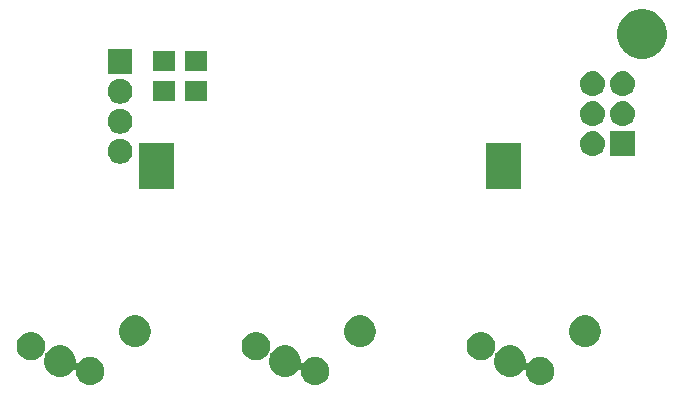
<source format=gbr>
G04 #@! TF.GenerationSoftware,KiCad,Pcbnew,(5.0.1)-4*
G04 #@! TF.CreationDate,2019-08-19T00:57:11-04:00*
G04 #@! TF.ProjectId,KeebCard,4B656562436172642E6B696361645F70,rev?*
G04 #@! TF.SameCoordinates,Original*
G04 #@! TF.FileFunction,Soldermask,Bot*
G04 #@! TF.FilePolarity,Negative*
%FSLAX46Y46*%
G04 Gerber Fmt 4.6, Leading zero omitted, Abs format (unit mm)*
G04 Created by KiCad (PCBNEW (5.0.1)-4) date 8/19/2019 12:57:11 AM*
%MOMM*%
%LPD*%
G01*
G04 APERTURE LIST*
%ADD10C,0.100000*%
G04 APERTURE END LIST*
D10*
G36*
X151227316Y-126588882D02*
X151304190Y-126604173D01*
X151352720Y-126624275D01*
X151521426Y-126694155D01*
X151521429Y-126694157D01*
X151716940Y-126824793D01*
X151883207Y-126991060D01*
X152013843Y-127186571D01*
X152013845Y-127186574D01*
X152103827Y-127403811D01*
X152149700Y-127634429D01*
X152149700Y-127869571D01*
X152103827Y-128100189D01*
X152068283Y-128186000D01*
X152061170Y-128209449D01*
X152058768Y-128233835D01*
X152061170Y-128258221D01*
X152068283Y-128281670D01*
X152079834Y-128303281D01*
X152095380Y-128322223D01*
X152114322Y-128337769D01*
X152135933Y-128349320D01*
X152159382Y-128356433D01*
X152183768Y-128358835D01*
X152208154Y-128356433D01*
X152231603Y-128349320D01*
X152253214Y-128337769D01*
X152272156Y-128322223D01*
X152287702Y-128303282D01*
X152372824Y-128175888D01*
X152372825Y-128175887D01*
X152372827Y-128175884D01*
X152559884Y-127988827D01*
X152779854Y-127841847D01*
X153024262Y-127740610D01*
X153283725Y-127689000D01*
X153548275Y-127689000D01*
X153807738Y-127740610D01*
X154052146Y-127841847D01*
X154272116Y-127988827D01*
X154459173Y-128175884D01*
X154459175Y-128175887D01*
X154459176Y-128175888D01*
X154544298Y-128303282D01*
X154606153Y-128395854D01*
X154707390Y-128640262D01*
X154759000Y-128899725D01*
X154759000Y-129082764D01*
X154761402Y-129107150D01*
X154768515Y-129130599D01*
X154780066Y-129152210D01*
X154795612Y-129171152D01*
X154814554Y-129186698D01*
X154836165Y-129198249D01*
X154859614Y-129205362D01*
X154884000Y-129207764D01*
X154908386Y-129205362D01*
X154931835Y-129198249D01*
X154953446Y-129186698D01*
X154972388Y-129171152D01*
X154987933Y-129152211D01*
X155028793Y-129091060D01*
X155195060Y-128924793D01*
X155390571Y-128794157D01*
X155390574Y-128794155D01*
X155531005Y-128735987D01*
X155607810Y-128704173D01*
X155684684Y-128688882D01*
X155838429Y-128658300D01*
X156073571Y-128658300D01*
X156227316Y-128688882D01*
X156304190Y-128704173D01*
X156380995Y-128735987D01*
X156521426Y-128794155D01*
X156521429Y-128794157D01*
X156716940Y-128924793D01*
X156883207Y-129091060D01*
X156947110Y-129186698D01*
X157013845Y-129286574D01*
X157070660Y-129423738D01*
X157103827Y-129503810D01*
X157149700Y-129734431D01*
X157149700Y-129969569D01*
X157103827Y-130200190D01*
X157072013Y-130276995D01*
X157013845Y-130417426D01*
X157013843Y-130417429D01*
X156883207Y-130612940D01*
X156716940Y-130779207D01*
X156521429Y-130909843D01*
X156521426Y-130909845D01*
X156380995Y-130968013D01*
X156304190Y-130999827D01*
X156227316Y-131015118D01*
X156073571Y-131045700D01*
X155838429Y-131045700D01*
X155684684Y-131015118D01*
X155607810Y-130999827D01*
X155531005Y-130968013D01*
X155390574Y-130909845D01*
X155390571Y-130909843D01*
X155195060Y-130779207D01*
X155028793Y-130612940D01*
X154898157Y-130417429D01*
X154898155Y-130417426D01*
X154839987Y-130276995D01*
X154808173Y-130200190D01*
X154762300Y-129969569D01*
X154762300Y-129846526D01*
X154759898Y-129822140D01*
X154752785Y-129798691D01*
X154741234Y-129777080D01*
X154725688Y-129758138D01*
X154706746Y-129742592D01*
X154685135Y-129731041D01*
X154661686Y-129723928D01*
X154637300Y-129721526D01*
X154612914Y-129723928D01*
X154589465Y-129731041D01*
X154567854Y-129742592D01*
X154548912Y-129758138D01*
X154533367Y-129777079D01*
X154459176Y-129888113D01*
X154272116Y-130075173D01*
X154052146Y-130222153D01*
X153807738Y-130323390D01*
X153548275Y-130375000D01*
X153283725Y-130375000D01*
X153024262Y-130323390D01*
X152779854Y-130222153D01*
X152559884Y-130075173D01*
X152372827Y-129888116D01*
X152263120Y-129723928D01*
X152225849Y-129668149D01*
X152225847Y-129668146D01*
X152124610Y-129423738D01*
X152073000Y-129164275D01*
X152073000Y-128899725D01*
X152124610Y-128640261D01*
X152171408Y-128527281D01*
X152178521Y-128503832D01*
X152180923Y-128479446D01*
X152178521Y-128455060D01*
X152171408Y-128431610D01*
X152159857Y-128410000D01*
X152144311Y-128391058D01*
X152125369Y-128375512D01*
X152103758Y-128363961D01*
X152080309Y-128356848D01*
X152055923Y-128354446D01*
X152031537Y-128356848D01*
X152008087Y-128363961D01*
X151986477Y-128375512D01*
X151967535Y-128391058D01*
X151951990Y-128409999D01*
X151883207Y-128512940D01*
X151716940Y-128679207D01*
X151544908Y-128794155D01*
X151521426Y-128809845D01*
X151380995Y-128868013D01*
X151304190Y-128899827D01*
X151227316Y-128915118D01*
X151073571Y-128945700D01*
X150838429Y-128945700D01*
X150684684Y-128915118D01*
X150607810Y-128899827D01*
X150531005Y-128868013D01*
X150390574Y-128809845D01*
X150367092Y-128794155D01*
X150195060Y-128679207D01*
X150028793Y-128512940D01*
X149898157Y-128317429D01*
X149898155Y-128317426D01*
X149808173Y-128100189D01*
X149762300Y-127869571D01*
X149762300Y-127634429D01*
X149808173Y-127403811D01*
X149898155Y-127186574D01*
X149898157Y-127186571D01*
X150028793Y-126991060D01*
X150195060Y-126824793D01*
X150390571Y-126694157D01*
X150390574Y-126694155D01*
X150559280Y-126624275D01*
X150607810Y-126604173D01*
X150684684Y-126588882D01*
X150838429Y-126558300D01*
X151073571Y-126558300D01*
X151227316Y-126588882D01*
X151227316Y-126588882D01*
G37*
G36*
X132177316Y-126588882D02*
X132254190Y-126604173D01*
X132302720Y-126624275D01*
X132471426Y-126694155D01*
X132471429Y-126694157D01*
X132666940Y-126824793D01*
X132833207Y-126991060D01*
X132963843Y-127186571D01*
X132963845Y-127186574D01*
X133053827Y-127403811D01*
X133099700Y-127634429D01*
X133099700Y-127869571D01*
X133053827Y-128100189D01*
X133018283Y-128186000D01*
X133011170Y-128209449D01*
X133008768Y-128233835D01*
X133011170Y-128258221D01*
X133018283Y-128281670D01*
X133029834Y-128303281D01*
X133045380Y-128322223D01*
X133064322Y-128337769D01*
X133085933Y-128349320D01*
X133109382Y-128356433D01*
X133133768Y-128358835D01*
X133158154Y-128356433D01*
X133181603Y-128349320D01*
X133203214Y-128337769D01*
X133222156Y-128322223D01*
X133237702Y-128303282D01*
X133322824Y-128175888D01*
X133322825Y-128175887D01*
X133322827Y-128175884D01*
X133509884Y-127988827D01*
X133729854Y-127841847D01*
X133974262Y-127740610D01*
X134233725Y-127689000D01*
X134498275Y-127689000D01*
X134757738Y-127740610D01*
X135002146Y-127841847D01*
X135222116Y-127988827D01*
X135409173Y-128175884D01*
X135409175Y-128175887D01*
X135409176Y-128175888D01*
X135494298Y-128303282D01*
X135556153Y-128395854D01*
X135657390Y-128640262D01*
X135709000Y-128899725D01*
X135709000Y-129082764D01*
X135711402Y-129107150D01*
X135718515Y-129130599D01*
X135730066Y-129152210D01*
X135745612Y-129171152D01*
X135764554Y-129186698D01*
X135786165Y-129198249D01*
X135809614Y-129205362D01*
X135834000Y-129207764D01*
X135858386Y-129205362D01*
X135881835Y-129198249D01*
X135903446Y-129186698D01*
X135922388Y-129171152D01*
X135937933Y-129152211D01*
X135978793Y-129091060D01*
X136145060Y-128924793D01*
X136340571Y-128794157D01*
X136340574Y-128794155D01*
X136481005Y-128735987D01*
X136557810Y-128704173D01*
X136634684Y-128688882D01*
X136788429Y-128658300D01*
X137023571Y-128658300D01*
X137177316Y-128688882D01*
X137254190Y-128704173D01*
X137330995Y-128735987D01*
X137471426Y-128794155D01*
X137471429Y-128794157D01*
X137666940Y-128924793D01*
X137833207Y-129091060D01*
X137897110Y-129186698D01*
X137963845Y-129286574D01*
X138020660Y-129423738D01*
X138053827Y-129503810D01*
X138099700Y-129734431D01*
X138099700Y-129969569D01*
X138053827Y-130200190D01*
X138022013Y-130276995D01*
X137963845Y-130417426D01*
X137963843Y-130417429D01*
X137833207Y-130612940D01*
X137666940Y-130779207D01*
X137471429Y-130909843D01*
X137471426Y-130909845D01*
X137330995Y-130968013D01*
X137254190Y-130999827D01*
X137177316Y-131015118D01*
X137023571Y-131045700D01*
X136788429Y-131045700D01*
X136634684Y-131015118D01*
X136557810Y-130999827D01*
X136481005Y-130968013D01*
X136340574Y-130909845D01*
X136340571Y-130909843D01*
X136145060Y-130779207D01*
X135978793Y-130612940D01*
X135848157Y-130417429D01*
X135848155Y-130417426D01*
X135789987Y-130276995D01*
X135758173Y-130200190D01*
X135712300Y-129969569D01*
X135712300Y-129846526D01*
X135709898Y-129822140D01*
X135702785Y-129798691D01*
X135691234Y-129777080D01*
X135675688Y-129758138D01*
X135656746Y-129742592D01*
X135635135Y-129731041D01*
X135611686Y-129723928D01*
X135587300Y-129721526D01*
X135562914Y-129723928D01*
X135539465Y-129731041D01*
X135517854Y-129742592D01*
X135498912Y-129758138D01*
X135483367Y-129777079D01*
X135409176Y-129888113D01*
X135222116Y-130075173D01*
X135002146Y-130222153D01*
X134757738Y-130323390D01*
X134498275Y-130375000D01*
X134233725Y-130375000D01*
X133974262Y-130323390D01*
X133729854Y-130222153D01*
X133509884Y-130075173D01*
X133322827Y-129888116D01*
X133213120Y-129723928D01*
X133175849Y-129668149D01*
X133175847Y-129668146D01*
X133074610Y-129423738D01*
X133023000Y-129164275D01*
X133023000Y-128899725D01*
X133074610Y-128640261D01*
X133121408Y-128527281D01*
X133128521Y-128503832D01*
X133130923Y-128479446D01*
X133128521Y-128455060D01*
X133121408Y-128431610D01*
X133109857Y-128410000D01*
X133094311Y-128391058D01*
X133075369Y-128375512D01*
X133053758Y-128363961D01*
X133030309Y-128356848D01*
X133005923Y-128354446D01*
X132981537Y-128356848D01*
X132958087Y-128363961D01*
X132936477Y-128375512D01*
X132917535Y-128391058D01*
X132901990Y-128409999D01*
X132833207Y-128512940D01*
X132666940Y-128679207D01*
X132494908Y-128794155D01*
X132471426Y-128809845D01*
X132330995Y-128868013D01*
X132254190Y-128899827D01*
X132177316Y-128915118D01*
X132023571Y-128945700D01*
X131788429Y-128945700D01*
X131634684Y-128915118D01*
X131557810Y-128899827D01*
X131481005Y-128868013D01*
X131340574Y-128809845D01*
X131317092Y-128794155D01*
X131145060Y-128679207D01*
X130978793Y-128512940D01*
X130848157Y-128317429D01*
X130848155Y-128317426D01*
X130758173Y-128100189D01*
X130712300Y-127869571D01*
X130712300Y-127634429D01*
X130758173Y-127403811D01*
X130848155Y-127186574D01*
X130848157Y-127186571D01*
X130978793Y-126991060D01*
X131145060Y-126824793D01*
X131340571Y-126694157D01*
X131340574Y-126694155D01*
X131509280Y-126624275D01*
X131557810Y-126604173D01*
X131634684Y-126588882D01*
X131788429Y-126558300D01*
X132023571Y-126558300D01*
X132177316Y-126588882D01*
X132177316Y-126588882D01*
G37*
G36*
X170277316Y-126588882D02*
X170354190Y-126604173D01*
X170402720Y-126624275D01*
X170571426Y-126694155D01*
X170571429Y-126694157D01*
X170766940Y-126824793D01*
X170933207Y-126991060D01*
X171063843Y-127186571D01*
X171063845Y-127186574D01*
X171153827Y-127403811D01*
X171199700Y-127634429D01*
X171199700Y-127869571D01*
X171153827Y-128100189D01*
X171118283Y-128186000D01*
X171111170Y-128209449D01*
X171108768Y-128233835D01*
X171111170Y-128258221D01*
X171118283Y-128281670D01*
X171129834Y-128303281D01*
X171145380Y-128322223D01*
X171164322Y-128337769D01*
X171185933Y-128349320D01*
X171209382Y-128356433D01*
X171233768Y-128358835D01*
X171258154Y-128356433D01*
X171281603Y-128349320D01*
X171303214Y-128337769D01*
X171322156Y-128322223D01*
X171337702Y-128303282D01*
X171422824Y-128175888D01*
X171422825Y-128175887D01*
X171422827Y-128175884D01*
X171609884Y-127988827D01*
X171829854Y-127841847D01*
X172074262Y-127740610D01*
X172333725Y-127689000D01*
X172598275Y-127689000D01*
X172857738Y-127740610D01*
X173102146Y-127841847D01*
X173322116Y-127988827D01*
X173509173Y-128175884D01*
X173509175Y-128175887D01*
X173509176Y-128175888D01*
X173594298Y-128303282D01*
X173656153Y-128395854D01*
X173757390Y-128640262D01*
X173809000Y-128899725D01*
X173809000Y-129082764D01*
X173811402Y-129107150D01*
X173818515Y-129130599D01*
X173830066Y-129152210D01*
X173845612Y-129171152D01*
X173864554Y-129186698D01*
X173886165Y-129198249D01*
X173909614Y-129205362D01*
X173934000Y-129207764D01*
X173958386Y-129205362D01*
X173981835Y-129198249D01*
X174003446Y-129186698D01*
X174022388Y-129171152D01*
X174037933Y-129152211D01*
X174078793Y-129091060D01*
X174245060Y-128924793D01*
X174440571Y-128794157D01*
X174440574Y-128794155D01*
X174581005Y-128735987D01*
X174657810Y-128704173D01*
X174734684Y-128688882D01*
X174888429Y-128658300D01*
X175123571Y-128658300D01*
X175277316Y-128688882D01*
X175354190Y-128704173D01*
X175430995Y-128735987D01*
X175571426Y-128794155D01*
X175571429Y-128794157D01*
X175766940Y-128924793D01*
X175933207Y-129091060D01*
X175997110Y-129186698D01*
X176063845Y-129286574D01*
X176120660Y-129423738D01*
X176153827Y-129503810D01*
X176199700Y-129734431D01*
X176199700Y-129969569D01*
X176153827Y-130200190D01*
X176122013Y-130276995D01*
X176063845Y-130417426D01*
X176063843Y-130417429D01*
X175933207Y-130612940D01*
X175766940Y-130779207D01*
X175571429Y-130909843D01*
X175571426Y-130909845D01*
X175430995Y-130968013D01*
X175354190Y-130999827D01*
X175277316Y-131015118D01*
X175123571Y-131045700D01*
X174888429Y-131045700D01*
X174734684Y-131015118D01*
X174657810Y-130999827D01*
X174581005Y-130968013D01*
X174440574Y-130909845D01*
X174440571Y-130909843D01*
X174245060Y-130779207D01*
X174078793Y-130612940D01*
X173948157Y-130417429D01*
X173948155Y-130417426D01*
X173889987Y-130276995D01*
X173858173Y-130200190D01*
X173812300Y-129969569D01*
X173812300Y-129846526D01*
X173809898Y-129822140D01*
X173802785Y-129798691D01*
X173791234Y-129777080D01*
X173775688Y-129758138D01*
X173756746Y-129742592D01*
X173735135Y-129731041D01*
X173711686Y-129723928D01*
X173687300Y-129721526D01*
X173662914Y-129723928D01*
X173639465Y-129731041D01*
X173617854Y-129742592D01*
X173598912Y-129758138D01*
X173583367Y-129777079D01*
X173509176Y-129888113D01*
X173322116Y-130075173D01*
X173102146Y-130222153D01*
X172857738Y-130323390D01*
X172598275Y-130375000D01*
X172333725Y-130375000D01*
X172074262Y-130323390D01*
X171829854Y-130222153D01*
X171609884Y-130075173D01*
X171422827Y-129888116D01*
X171313120Y-129723928D01*
X171275849Y-129668149D01*
X171275847Y-129668146D01*
X171174610Y-129423738D01*
X171123000Y-129164275D01*
X171123000Y-128899725D01*
X171174610Y-128640261D01*
X171221408Y-128527281D01*
X171228521Y-128503832D01*
X171230923Y-128479446D01*
X171228521Y-128455060D01*
X171221408Y-128431610D01*
X171209857Y-128410000D01*
X171194311Y-128391058D01*
X171175369Y-128375512D01*
X171153758Y-128363961D01*
X171130309Y-128356848D01*
X171105923Y-128354446D01*
X171081537Y-128356848D01*
X171058087Y-128363961D01*
X171036477Y-128375512D01*
X171017535Y-128391058D01*
X171001990Y-128409999D01*
X170933207Y-128512940D01*
X170766940Y-128679207D01*
X170594908Y-128794155D01*
X170571426Y-128809845D01*
X170430995Y-128868013D01*
X170354190Y-128899827D01*
X170277316Y-128915118D01*
X170123571Y-128945700D01*
X169888429Y-128945700D01*
X169734684Y-128915118D01*
X169657810Y-128899827D01*
X169581005Y-128868013D01*
X169440574Y-128809845D01*
X169417092Y-128794155D01*
X169245060Y-128679207D01*
X169078793Y-128512940D01*
X168948157Y-128317429D01*
X168948155Y-128317426D01*
X168858173Y-128100189D01*
X168812300Y-127869571D01*
X168812300Y-127634429D01*
X168858173Y-127403811D01*
X168948155Y-127186574D01*
X168948157Y-127186571D01*
X169078793Y-126991060D01*
X169245060Y-126824793D01*
X169440571Y-126694157D01*
X169440574Y-126694155D01*
X169609280Y-126624275D01*
X169657810Y-126604173D01*
X169734684Y-126588882D01*
X169888429Y-126558300D01*
X170123571Y-126558300D01*
X170277316Y-126588882D01*
X170277316Y-126588882D01*
G37*
G36*
X141107738Y-125200610D02*
X141352146Y-125301847D01*
X141572116Y-125448827D01*
X141759173Y-125635884D01*
X141906153Y-125855854D01*
X142007390Y-126100262D01*
X142059000Y-126359725D01*
X142059000Y-126624275D01*
X142007390Y-126883738D01*
X141906153Y-127128146D01*
X141906151Y-127128149D01*
X141867113Y-127186574D01*
X141759173Y-127348116D01*
X141572116Y-127535173D01*
X141352146Y-127682153D01*
X141107738Y-127783390D01*
X140848275Y-127835000D01*
X140583725Y-127835000D01*
X140324262Y-127783390D01*
X140079854Y-127682153D01*
X139859884Y-127535173D01*
X139672827Y-127348116D01*
X139564888Y-127186574D01*
X139525849Y-127128149D01*
X139525847Y-127128146D01*
X139424610Y-126883738D01*
X139373000Y-126624275D01*
X139373000Y-126359725D01*
X139424610Y-126100262D01*
X139525847Y-125855854D01*
X139672827Y-125635884D01*
X139859884Y-125448827D01*
X140079854Y-125301847D01*
X140324262Y-125200610D01*
X140583725Y-125149000D01*
X140848275Y-125149000D01*
X141107738Y-125200610D01*
X141107738Y-125200610D01*
G37*
G36*
X179207738Y-125200610D02*
X179452146Y-125301847D01*
X179672116Y-125448827D01*
X179859173Y-125635884D01*
X180006153Y-125855854D01*
X180107390Y-126100262D01*
X180159000Y-126359725D01*
X180159000Y-126624275D01*
X180107390Y-126883738D01*
X180006153Y-127128146D01*
X180006151Y-127128149D01*
X179967113Y-127186574D01*
X179859173Y-127348116D01*
X179672116Y-127535173D01*
X179452146Y-127682153D01*
X179207738Y-127783390D01*
X178948275Y-127835000D01*
X178683725Y-127835000D01*
X178424262Y-127783390D01*
X178179854Y-127682153D01*
X177959884Y-127535173D01*
X177772827Y-127348116D01*
X177664888Y-127186574D01*
X177625849Y-127128149D01*
X177625847Y-127128146D01*
X177524610Y-126883738D01*
X177473000Y-126624275D01*
X177473000Y-126359725D01*
X177524610Y-126100262D01*
X177625847Y-125855854D01*
X177772827Y-125635884D01*
X177959884Y-125448827D01*
X178179854Y-125301847D01*
X178424262Y-125200610D01*
X178683725Y-125149000D01*
X178948275Y-125149000D01*
X179207738Y-125200610D01*
X179207738Y-125200610D01*
G37*
G36*
X160157738Y-125200610D02*
X160402146Y-125301847D01*
X160622116Y-125448827D01*
X160809173Y-125635884D01*
X160956153Y-125855854D01*
X161057390Y-126100262D01*
X161109000Y-126359725D01*
X161109000Y-126624275D01*
X161057390Y-126883738D01*
X160956153Y-127128146D01*
X160956151Y-127128149D01*
X160917113Y-127186574D01*
X160809173Y-127348116D01*
X160622116Y-127535173D01*
X160402146Y-127682153D01*
X160157738Y-127783390D01*
X159898275Y-127835000D01*
X159633725Y-127835000D01*
X159374262Y-127783390D01*
X159129854Y-127682153D01*
X158909884Y-127535173D01*
X158722827Y-127348116D01*
X158614888Y-127186574D01*
X158575849Y-127128149D01*
X158575847Y-127128146D01*
X158474610Y-126883738D01*
X158423000Y-126624275D01*
X158423000Y-126359725D01*
X158474610Y-126100262D01*
X158575847Y-125855854D01*
X158722827Y-125635884D01*
X158909884Y-125448827D01*
X159129854Y-125301847D01*
X159374262Y-125200610D01*
X159633725Y-125149000D01*
X159898275Y-125149000D01*
X160157738Y-125200610D01*
X160157738Y-125200610D01*
G37*
G36*
X144026000Y-114472000D02*
X141026000Y-114472000D01*
X141026000Y-110572000D01*
X144026000Y-110572000D01*
X144026000Y-114472000D01*
X144026000Y-114472000D01*
G37*
G36*
X173426000Y-114472000D02*
X170426000Y-114472000D01*
X170426000Y-110572000D01*
X173426000Y-110572000D01*
X173426000Y-114472000D01*
X173426000Y-114472000D01*
G37*
G36*
X139574707Y-110209596D02*
X139651836Y-110217193D01*
X139783787Y-110257220D01*
X139849763Y-110277233D01*
X140032172Y-110374733D01*
X140192054Y-110505946D01*
X140323267Y-110665828D01*
X140420767Y-110848237D01*
X140420767Y-110848238D01*
X140480807Y-111046164D01*
X140501080Y-111252000D01*
X140480807Y-111457836D01*
X140440780Y-111589787D01*
X140420767Y-111655763D01*
X140323267Y-111838172D01*
X140192054Y-111998054D01*
X140032172Y-112129267D01*
X139849763Y-112226767D01*
X139783787Y-112246780D01*
X139651836Y-112286807D01*
X139574707Y-112294404D01*
X139497580Y-112302000D01*
X139394420Y-112302000D01*
X139317293Y-112294404D01*
X139240164Y-112286807D01*
X139108213Y-112246780D01*
X139042237Y-112226767D01*
X138859828Y-112129267D01*
X138699946Y-111998054D01*
X138568733Y-111838172D01*
X138471233Y-111655763D01*
X138451220Y-111589787D01*
X138411193Y-111457836D01*
X138390920Y-111252000D01*
X138411193Y-111046164D01*
X138471233Y-110848238D01*
X138471233Y-110848237D01*
X138568733Y-110665828D01*
X138699946Y-110505946D01*
X138859828Y-110374733D01*
X139042237Y-110277233D01*
X139108213Y-110257220D01*
X139240164Y-110217193D01*
X139317293Y-110209596D01*
X139394420Y-110202000D01*
X139497580Y-110202000D01*
X139574707Y-110209596D01*
X139574707Y-110209596D01*
G37*
G36*
X179579707Y-109574596D02*
X179656836Y-109582193D01*
X179788787Y-109622220D01*
X179854763Y-109642233D01*
X180037172Y-109739733D01*
X180197054Y-109870946D01*
X180328267Y-110030828D01*
X180425767Y-110213237D01*
X180425767Y-110213238D01*
X180485807Y-110411164D01*
X180506080Y-110617000D01*
X180485807Y-110822836D01*
X180478101Y-110848238D01*
X180425767Y-111020763D01*
X180328267Y-111203172D01*
X180197054Y-111363054D01*
X180037172Y-111494267D01*
X179854763Y-111591767D01*
X179788787Y-111611780D01*
X179656836Y-111651807D01*
X179579707Y-111659404D01*
X179502580Y-111667000D01*
X179399420Y-111667000D01*
X179322293Y-111659404D01*
X179245164Y-111651807D01*
X179113213Y-111611780D01*
X179047237Y-111591767D01*
X178864828Y-111494267D01*
X178704946Y-111363054D01*
X178573733Y-111203172D01*
X178476233Y-111020763D01*
X178423899Y-110848238D01*
X178416193Y-110822836D01*
X178395920Y-110617000D01*
X178416193Y-110411164D01*
X178476233Y-110213238D01*
X178476233Y-110213237D01*
X178573733Y-110030828D01*
X178704946Y-109870946D01*
X178864828Y-109739733D01*
X179047237Y-109642233D01*
X179113213Y-109622220D01*
X179245164Y-109582193D01*
X179322293Y-109574596D01*
X179399420Y-109567000D01*
X179502580Y-109567000D01*
X179579707Y-109574596D01*
X179579707Y-109574596D01*
G37*
G36*
X183041000Y-111667000D02*
X180941000Y-111667000D01*
X180941000Y-109567000D01*
X183041000Y-109567000D01*
X183041000Y-111667000D01*
X183041000Y-111667000D01*
G37*
G36*
X139574707Y-107669596D02*
X139651836Y-107677193D01*
X139783787Y-107717220D01*
X139849763Y-107737233D01*
X140032172Y-107834733D01*
X140192054Y-107965946D01*
X140323267Y-108125828D01*
X140420767Y-108308237D01*
X140420767Y-108308238D01*
X140480807Y-108506164D01*
X140501080Y-108712000D01*
X140480807Y-108917836D01*
X140440780Y-109049787D01*
X140420767Y-109115763D01*
X140323267Y-109298172D01*
X140192054Y-109458054D01*
X140032172Y-109589267D01*
X139849763Y-109686767D01*
X139783787Y-109706780D01*
X139651836Y-109746807D01*
X139574707Y-109754403D01*
X139497580Y-109762000D01*
X139394420Y-109762000D01*
X139317293Y-109754403D01*
X139240164Y-109746807D01*
X139108213Y-109706780D01*
X139042237Y-109686767D01*
X138859828Y-109589267D01*
X138699946Y-109458054D01*
X138568733Y-109298172D01*
X138471233Y-109115763D01*
X138451220Y-109049787D01*
X138411193Y-108917836D01*
X138390920Y-108712000D01*
X138411193Y-108506164D01*
X138471233Y-108308238D01*
X138471233Y-108308237D01*
X138568733Y-108125828D01*
X138699946Y-107965946D01*
X138859828Y-107834733D01*
X139042237Y-107737233D01*
X139108213Y-107717220D01*
X139240164Y-107677193D01*
X139317293Y-107669596D01*
X139394420Y-107662000D01*
X139497580Y-107662000D01*
X139574707Y-107669596D01*
X139574707Y-107669596D01*
G37*
G36*
X182119707Y-107034596D02*
X182196836Y-107042193D01*
X182328787Y-107082220D01*
X182394763Y-107102233D01*
X182577172Y-107199733D01*
X182737054Y-107330946D01*
X182868267Y-107490828D01*
X182965767Y-107673237D01*
X182965767Y-107673238D01*
X183025807Y-107871164D01*
X183046080Y-108077000D01*
X183025807Y-108282836D01*
X183018101Y-108308238D01*
X182965767Y-108480763D01*
X182868267Y-108663172D01*
X182737054Y-108823054D01*
X182577172Y-108954267D01*
X182394763Y-109051767D01*
X182328787Y-109071780D01*
X182196836Y-109111807D01*
X182119707Y-109119404D01*
X182042580Y-109127000D01*
X181939420Y-109127000D01*
X181862293Y-109119404D01*
X181785164Y-109111807D01*
X181653213Y-109071780D01*
X181587237Y-109051767D01*
X181404828Y-108954267D01*
X181244946Y-108823054D01*
X181113733Y-108663172D01*
X181016233Y-108480763D01*
X180963899Y-108308238D01*
X180956193Y-108282836D01*
X180935920Y-108077000D01*
X180956193Y-107871164D01*
X181016233Y-107673238D01*
X181016233Y-107673237D01*
X181113733Y-107490828D01*
X181244946Y-107330946D01*
X181404828Y-107199733D01*
X181587237Y-107102233D01*
X181653213Y-107082220D01*
X181785164Y-107042193D01*
X181862293Y-107034596D01*
X181939420Y-107027000D01*
X182042580Y-107027000D01*
X182119707Y-107034596D01*
X182119707Y-107034596D01*
G37*
G36*
X179579707Y-107034596D02*
X179656836Y-107042193D01*
X179788787Y-107082220D01*
X179854763Y-107102233D01*
X180037172Y-107199733D01*
X180197054Y-107330946D01*
X180328267Y-107490828D01*
X180425767Y-107673237D01*
X180425767Y-107673238D01*
X180485807Y-107871164D01*
X180506080Y-108077000D01*
X180485807Y-108282836D01*
X180478101Y-108308238D01*
X180425767Y-108480763D01*
X180328267Y-108663172D01*
X180197054Y-108823054D01*
X180037172Y-108954267D01*
X179854763Y-109051767D01*
X179788787Y-109071780D01*
X179656836Y-109111807D01*
X179579707Y-109119404D01*
X179502580Y-109127000D01*
X179399420Y-109127000D01*
X179322293Y-109119404D01*
X179245164Y-109111807D01*
X179113213Y-109071780D01*
X179047237Y-109051767D01*
X178864828Y-108954267D01*
X178704946Y-108823054D01*
X178573733Y-108663172D01*
X178476233Y-108480763D01*
X178423899Y-108308238D01*
X178416193Y-108282836D01*
X178395920Y-108077000D01*
X178416193Y-107871164D01*
X178476233Y-107673238D01*
X178476233Y-107673237D01*
X178573733Y-107490828D01*
X178704946Y-107330946D01*
X178864828Y-107199733D01*
X179047237Y-107102233D01*
X179113213Y-107082220D01*
X179245164Y-107042193D01*
X179322293Y-107034596D01*
X179399420Y-107027000D01*
X179502580Y-107027000D01*
X179579707Y-107034596D01*
X179579707Y-107034596D01*
G37*
G36*
X139574707Y-105129596D02*
X139651836Y-105137193D01*
X139783787Y-105177220D01*
X139849763Y-105197233D01*
X140032172Y-105294733D01*
X140192054Y-105425946D01*
X140323267Y-105585828D01*
X140420767Y-105768237D01*
X140420767Y-105768238D01*
X140480807Y-105966164D01*
X140501080Y-106172000D01*
X140480807Y-106377836D01*
X140440780Y-106509787D01*
X140420767Y-106575763D01*
X140323267Y-106758172D01*
X140192054Y-106918054D01*
X140032172Y-107049267D01*
X139849763Y-107146767D01*
X139783787Y-107166780D01*
X139651836Y-107206807D01*
X139574707Y-107214404D01*
X139497580Y-107222000D01*
X139394420Y-107222000D01*
X139317293Y-107214404D01*
X139240164Y-107206807D01*
X139108213Y-107166780D01*
X139042237Y-107146767D01*
X138859828Y-107049267D01*
X138699946Y-106918054D01*
X138568733Y-106758172D01*
X138471233Y-106575763D01*
X138451220Y-106509787D01*
X138411193Y-106377836D01*
X138390920Y-106172000D01*
X138411193Y-105966164D01*
X138471233Y-105768238D01*
X138471233Y-105768237D01*
X138568733Y-105585828D01*
X138699946Y-105425946D01*
X138859828Y-105294733D01*
X139042237Y-105197233D01*
X139108213Y-105177220D01*
X139240164Y-105137193D01*
X139317293Y-105129597D01*
X139394420Y-105122000D01*
X139497580Y-105122000D01*
X139574707Y-105129596D01*
X139574707Y-105129596D01*
G37*
G36*
X146826000Y-107022000D02*
X144926000Y-107022000D01*
X144926000Y-105322000D01*
X146826000Y-105322000D01*
X146826000Y-107022000D01*
X146826000Y-107022000D01*
G37*
G36*
X144126000Y-107022000D02*
X142226000Y-107022000D01*
X142226000Y-105322000D01*
X144126000Y-105322000D01*
X144126000Y-107022000D01*
X144126000Y-107022000D01*
G37*
G36*
X182119707Y-104494596D02*
X182196836Y-104502193D01*
X182328787Y-104542220D01*
X182394763Y-104562233D01*
X182577172Y-104659733D01*
X182737054Y-104790946D01*
X182868267Y-104950828D01*
X182965767Y-105133237D01*
X182965767Y-105133238D01*
X183025807Y-105331164D01*
X183046080Y-105537000D01*
X183025807Y-105742836D01*
X183018101Y-105768238D01*
X182965767Y-105940763D01*
X182868267Y-106123172D01*
X182737054Y-106283054D01*
X182577172Y-106414267D01*
X182394763Y-106511767D01*
X182328787Y-106531780D01*
X182196836Y-106571807D01*
X182119707Y-106579403D01*
X182042580Y-106587000D01*
X181939420Y-106587000D01*
X181862293Y-106579403D01*
X181785164Y-106571807D01*
X181653213Y-106531780D01*
X181587237Y-106511767D01*
X181404828Y-106414267D01*
X181244946Y-106283054D01*
X181113733Y-106123172D01*
X181016233Y-105940763D01*
X180963899Y-105768238D01*
X180956193Y-105742836D01*
X180935920Y-105537000D01*
X180956193Y-105331164D01*
X181016233Y-105133238D01*
X181016233Y-105133237D01*
X181113733Y-104950828D01*
X181244946Y-104790946D01*
X181404828Y-104659733D01*
X181587237Y-104562233D01*
X181653213Y-104542220D01*
X181785164Y-104502193D01*
X181862293Y-104494596D01*
X181939420Y-104487000D01*
X182042580Y-104487000D01*
X182119707Y-104494596D01*
X182119707Y-104494596D01*
G37*
G36*
X179579707Y-104494596D02*
X179656836Y-104502193D01*
X179788787Y-104542220D01*
X179854763Y-104562233D01*
X180037172Y-104659733D01*
X180197054Y-104790946D01*
X180328267Y-104950828D01*
X180425767Y-105133237D01*
X180425767Y-105133238D01*
X180485807Y-105331164D01*
X180506080Y-105537000D01*
X180485807Y-105742836D01*
X180478101Y-105768238D01*
X180425767Y-105940763D01*
X180328267Y-106123172D01*
X180197054Y-106283054D01*
X180037172Y-106414267D01*
X179854763Y-106511767D01*
X179788787Y-106531780D01*
X179656836Y-106571807D01*
X179579707Y-106579403D01*
X179502580Y-106587000D01*
X179399420Y-106587000D01*
X179322293Y-106579403D01*
X179245164Y-106571807D01*
X179113213Y-106531780D01*
X179047237Y-106511767D01*
X178864828Y-106414267D01*
X178704946Y-106283054D01*
X178573733Y-106123172D01*
X178476233Y-105940763D01*
X178423899Y-105768238D01*
X178416193Y-105742836D01*
X178395920Y-105537000D01*
X178416193Y-105331164D01*
X178476233Y-105133238D01*
X178476233Y-105133237D01*
X178573733Y-104950828D01*
X178704946Y-104790946D01*
X178864828Y-104659733D01*
X179047237Y-104562233D01*
X179113213Y-104542220D01*
X179245164Y-104502193D01*
X179322293Y-104494596D01*
X179399420Y-104487000D01*
X179502580Y-104487000D01*
X179579707Y-104494596D01*
X179579707Y-104494596D01*
G37*
G36*
X140496000Y-104682000D02*
X138396000Y-104682000D01*
X138396000Y-102582000D01*
X140496000Y-102582000D01*
X140496000Y-104682000D01*
X140496000Y-104682000D01*
G37*
G36*
X146826000Y-104482000D02*
X144926000Y-104482000D01*
X144926000Y-102782000D01*
X146826000Y-102782000D01*
X146826000Y-104482000D01*
X146826000Y-104482000D01*
G37*
G36*
X144126000Y-104482000D02*
X142226000Y-104482000D01*
X142226000Y-102782000D01*
X144126000Y-102782000D01*
X144126000Y-104482000D01*
X144126000Y-104482000D01*
G37*
G36*
X184254547Y-99326701D02*
X184636722Y-99485003D01*
X184636723Y-99485004D01*
X184980672Y-99714823D01*
X185273177Y-100007328D01*
X185426390Y-100236627D01*
X185502997Y-100351278D01*
X185661299Y-100733453D01*
X185742000Y-101139167D01*
X185742000Y-101552833D01*
X185661299Y-101958547D01*
X185502997Y-102340722D01*
X185502996Y-102340723D01*
X185273177Y-102684672D01*
X184980672Y-102977177D01*
X184751373Y-103130390D01*
X184636722Y-103206997D01*
X184254547Y-103365299D01*
X183848833Y-103446000D01*
X183435167Y-103446000D01*
X183029453Y-103365299D01*
X182647278Y-103206997D01*
X182532627Y-103130390D01*
X182303328Y-102977177D01*
X182010823Y-102684672D01*
X181781004Y-102340723D01*
X181781003Y-102340722D01*
X181622701Y-101958547D01*
X181542000Y-101552833D01*
X181542000Y-101139167D01*
X181622701Y-100733453D01*
X181781003Y-100351278D01*
X181857610Y-100236627D01*
X182010823Y-100007328D01*
X182303328Y-99714823D01*
X182647277Y-99485004D01*
X182647278Y-99485003D01*
X183029453Y-99326701D01*
X183435167Y-99246000D01*
X183848833Y-99246000D01*
X184254547Y-99326701D01*
X184254547Y-99326701D01*
G37*
M02*

</source>
